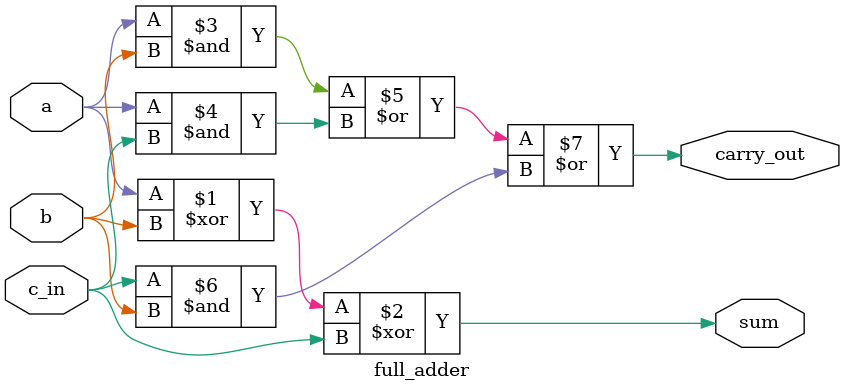
<source format=v>
`timescale 1ns / 1ps

module full_adder(

input  a,

input  b,

input  c_in,

output wire sum,

output wire carry_out

);

// Assign sum using XOR for efficient bitwise addition

assign sum = a ^ b ^ c_in;

// Assign carry based on two-bit product terms for clarity

assign carry_out = (a & b) | (a & c_in) | (c_in & b);

endmodule
</source>
